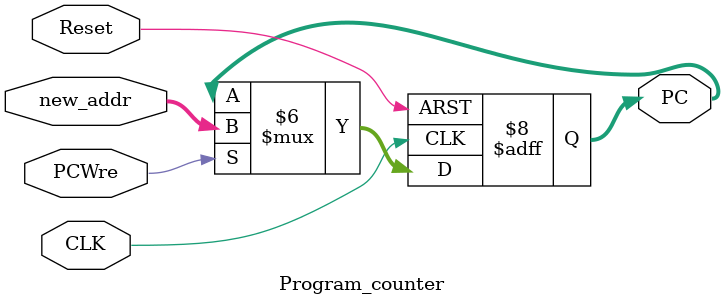
<source format=v>
`timescale 1ns / 1ps

module Program_counter(
      input Reset,
      input CLK,
      input PCWre,
      input [31:0] new_addr,//ÐÂpcµØÖ·
      output reg [31:0] PC//µ±Ç°pcµØÖ·
    );
  initial begin
     PC=0;
  end
  always@(posedge CLK or negedge Reset)
      begin
        if(Reset==0)
          begin
          PC=0;
          end
        else
          if(PCWre==1)
            begin
            PC=new_addr;
            end
          else
            begin
            PC=PC;
            end
      end
endmodule

</source>
